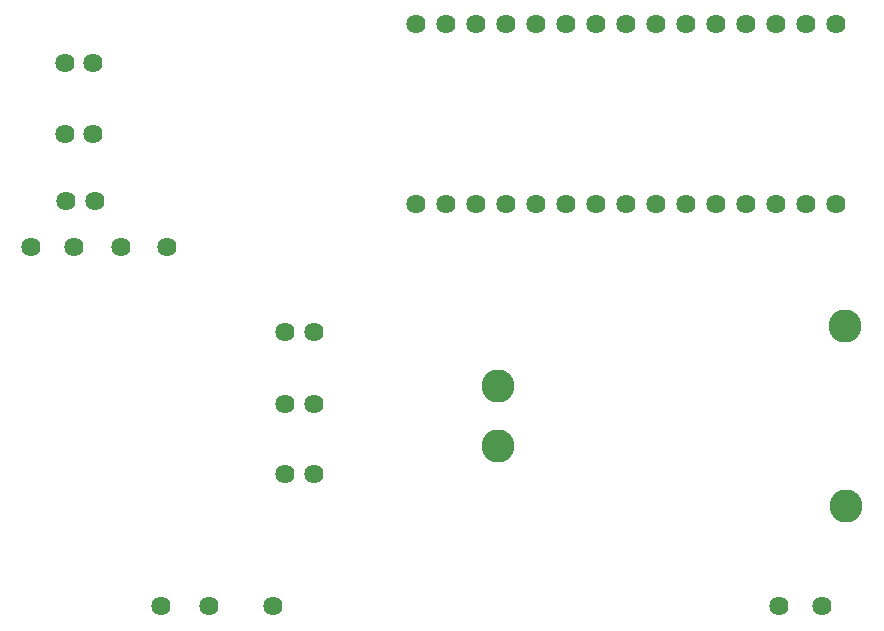
<source format=gbs>
G04 Layer: BottomSolderMaskLayer*
G04 EasyEDA v6.5.50, 2025-05-27 18:24:41*
G04 52539cb3a7ae454bb971d49213b625aa,b37a74ae5ac9402f918d5afa9d52dbed,10*
G04 Gerber Generator version 0.2*
G04 Scale: 100 percent, Rotated: No, Reflected: No *
G04 Dimensions in millimeters *
G04 leading zeros omitted , absolute positions ,4 integer and 5 decimal *
%FSLAX45Y45*%
%MOMM*%

%ADD10C,1.6256*%
%ADD11C,2.8016*%
%ADD12C,0.0154*%

%LPD*%
D10*
G01*
X3771900Y3619500D03*
G01*
X4025900Y3619500D03*
G01*
X4279900Y3619500D03*
G01*
X4533900Y3619500D03*
G01*
X4787900Y3619500D03*
G01*
X5041900Y3619500D03*
G01*
X5295900Y3619500D03*
G01*
X5549900Y3619500D03*
G01*
X5803900Y3619500D03*
G01*
X6057900Y3619500D03*
G01*
X6311900Y3619500D03*
G01*
X6565900Y3619500D03*
G01*
X6819900Y3619500D03*
G01*
X7073900Y3619500D03*
G01*
X7327900Y3619500D03*
G01*
X7327900Y5143500D03*
G01*
X7073900Y5143500D03*
G01*
X6819900Y5143500D03*
G01*
X6565900Y5143500D03*
G01*
X6311900Y5143500D03*
G01*
X6057900Y5143500D03*
G01*
X5803900Y5143500D03*
G01*
X5549900Y5143500D03*
G01*
X5295900Y5143500D03*
G01*
X5041900Y5143500D03*
G01*
X4787900Y5143500D03*
G01*
X4533900Y5143500D03*
G01*
X4279900Y5143500D03*
G01*
X4025900Y5143500D03*
G01*
X3771900Y5143500D03*
G01*
X1054100Y3644900D03*
G01*
X812800Y3644900D03*
G01*
X1041400Y4216400D03*
G01*
X800100Y4216400D03*
G01*
X800100Y4817821D03*
G01*
X1041400Y4817821D03*
G01*
X2667000Y1333500D03*
G01*
X2908300Y1333500D03*
G01*
X2667000Y1930400D03*
G01*
X2908300Y1930400D03*
G01*
X2908300Y2540000D03*
G01*
X2667000Y2540000D03*
D11*
G01*
X4470400Y1574800D03*
G01*
X4470400Y2082800D03*
G01*
X7416800Y1066800D03*
G01*
X7404100Y2590800D03*
D10*
G01*
X2565400Y215900D03*
G01*
X2019300Y215900D03*
G01*
X1612900Y215900D03*
G01*
X6845300Y215900D03*
G01*
X7213600Y215900D03*
G01*
X1668018Y3259836D03*
G01*
X1274318Y3259836D03*
G01*
X880618Y3259836D03*
G01*
X512318Y3259836D03*
M02*

</source>
